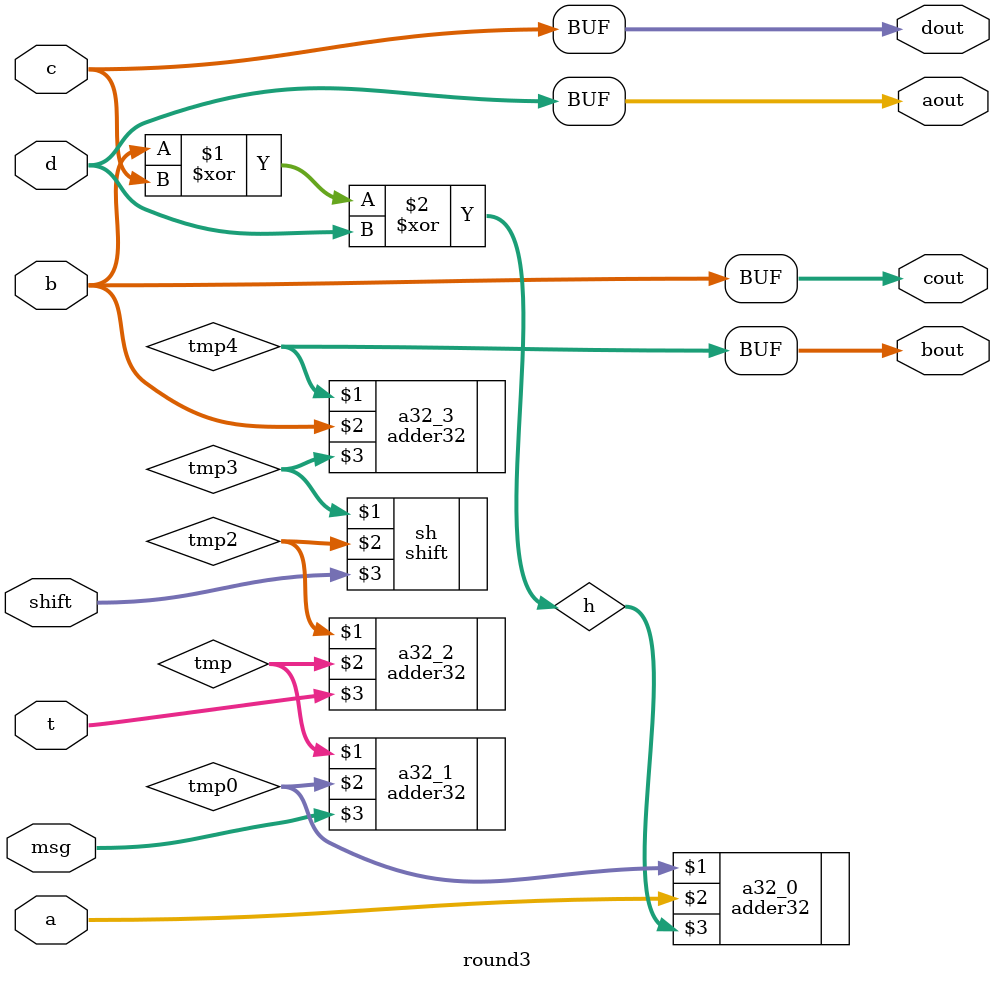
<source format=v>


module round3(aout,bout,cout,dout,a,b,c,d,msg,shift,t);
input [31:0] a, b, c, d, msg, t;
input [4:0]shift;
output [31:0] aout, bout, cout, dout;

wire [31:0] h, tmp, tmp2,tmp3,tmp4, tmp0;


//Calculate H value
// H = B xor C xor D
assign h[31:0] = b[31:0] ^ c[31:0] ^ d[31:0];

//Add (using 32 bit adder)
adder32 a32_0(tmp0[31:0], a[31:0], h[31:0]);
adder32 a32_1(tmp[31:0], tmp0[31:0], msg[31:0]);

adder32 a32_2(tmp2[31:0], tmp[31:0], t[31:0]);

//Shift (Use bit mapping?)
shift sh(tmp3[31:0],tmp2[31:0],shift[4:0]);

//Add with B(using 32 bit adder)
adder32 a32_3(tmp4[31:0],b[31:0],tmp3[31:0]);


assign bout[31:0] = tmp4[31:0];
assign cout[31:0] = b[31:0];
assign dout[31:0] = c[31:0];
assign aout[31:0] = d[31:0];



endmodule 
</source>
